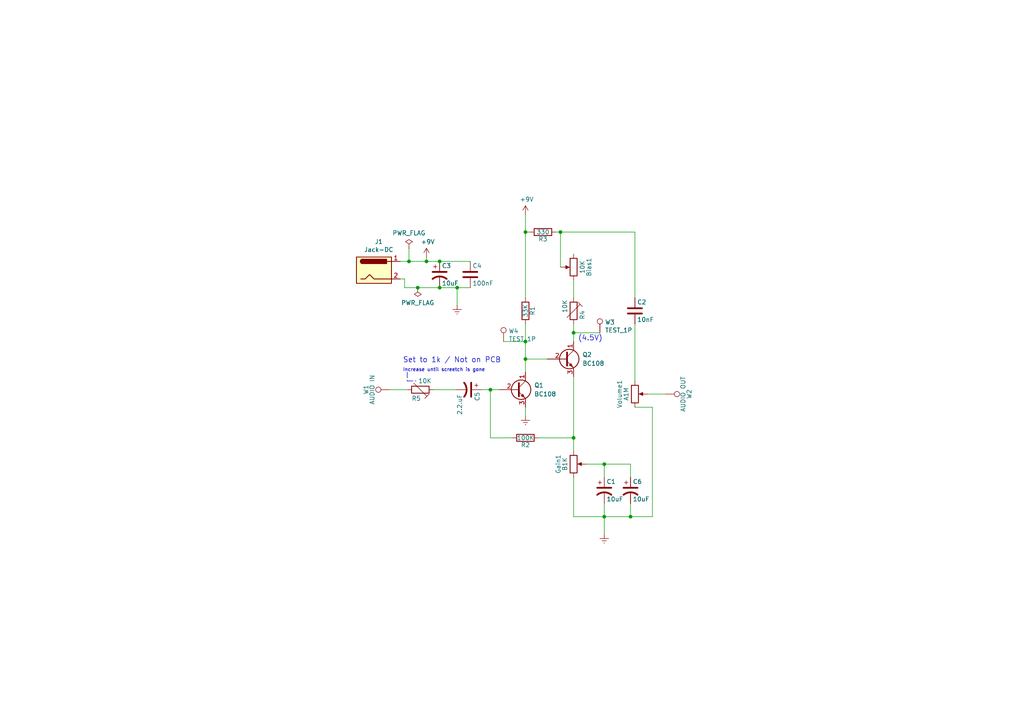
<source format=kicad_sch>
(kicad_sch (version 20211123) (generator eeschema)
  (paper "A4")
  (lib_symbols
    (symbol "BC108-NPN-Fuzz-Face-rescue:C" (pin_numbers hide) (pin_names (offset 0.254))
      (property "Reference" "C" (at 0.635 2.54 0))
      (property "Value" "C" (at 0.635 -2.54 0))
      (symbol "C_0_1"
        (polyline (pts (xy -2.032 -0.762) (xy 2.032 -0.762)) (stroke (width 0.508)))
        (polyline (pts (xy -2.032 0.762) (xy 2.032 0.762)) (stroke (width 0.508)))
      )
      (symbol "C_1_1"
        (pin passive line (at 0 3.81 270) (length 2.794) (name "~") (number "1"))
        (pin passive line (at 0 -3.81 90) (length 2.794) (name "~") (number "2"))
      )
    )
    (symbol "BC108-NPN-Fuzz-Face-rescue:CP1" (pin_numbers hide) (pin_names (offset 0.254) hide)
      (property "Reference" "C" (at 0.635 2.54 0))
      (property "Value" "CP1" (at 0.635 -2.54 0))
      (symbol "CP1_0_1"
        (polyline (pts (xy -2.032 0.762) (xy 2.032 0.762)) (stroke (width 0.508)))
        (polyline (pts (xy -1.778 2.286) (xy -0.762 2.286)))
        (polyline (pts (xy -1.27 1.778) (xy -1.27 2.794)))
        (arc (start 2.032 -1.27) (mid 0 -0.5572) (end -2.032 -1.27) (stroke (width 0.508)))
      )
      (symbol "CP1_1_1"
        (pin passive line (at 0 3.81 270) (length 2.794) (name "~") (number "1"))
        (pin passive line (at 0 -3.81 90) (length 3.302) (name "~") (number "2"))
      )
    )
    (symbol "BC108-NPN-Fuzz-Face-rescue:POT" (pin_numbers hide) (pin_names (offset 1.016) hide)
      (property "Reference" "RV" (at -4.445 0 90))
      (property "Value" "POT" (at -2.54 0 90))
      (symbol "POT_0_1"
        (polyline (pts (xy 2.54 0) (xy 1.524 0)))
        (polyline (pts (xy 1.143 0) (xy 2.286 0.508) (xy 2.286 -0.508)) (fill (type outline)))
        (rectangle (start 1.016 2.54) (end -1.016 -2.54) (stroke (width 0.254)))
      )
      (symbol "POT_1_1"
        (pin passive line (at 0 3.81 270) (length 1.27) (name "1") (number "1"))
        (pin passive line (at 3.81 0 180) (length 1.27) (name "2") (number "2"))
        (pin passive line (at 0 -3.81 90) (length 1.27) (name "3") (number "3"))
      )
    )
    (symbol "BC108-NPN-Fuzz-Face-rescue:Q_NPN_CBE" (pin_names (offset 0) hide)
      (property "Reference" "Q" (at 5.08 1.27 0))
      (property "Value" "Q_NPN_CBE" (at 5.08 -1.27 0))
      (symbol "Q_NPN_CBE_0_1"
        (polyline (pts (xy 0.635 0.635) (xy 2.54 2.54)))
        (polyline (pts (xy 0.635 -0.635) (xy 2.54 -2.54) (xy 2.54 -2.54)))
        (polyline (pts (xy 0.635 1.905) (xy 0.635 -1.905) (xy 0.635 -1.905)) (stroke (width 0.508)))
        (polyline (pts (xy 1.27 -1.778) (xy 1.778 -1.27) (xy 2.286 -2.286) (xy 1.27 -1.778) (xy 1.27 -1.778)) (fill (type outline)))
        (circle (center 1.27 0) (radius 2.8194) (stroke (width 0.254)))
      )
      (symbol "Q_NPN_CBE_1_1"
        (pin passive line (at 2.54 5.08 270) (length 2.54) (name "C") (number "1"))
        (pin input line (at -5.08 0 0) (length 5.715) (name "B") (number "2"))
        (pin passive line (at 2.54 -5.08 90) (length 2.54) (name "E") (number "3"))
      )
    )
    (symbol "BC108-NPN-Fuzz-Face-rescue:R" (pin_numbers hide) (pin_names (offset 0))
      (property "Reference" "R" (at 2.032 0 90))
      (property "Value" "R" (at 0 0 90))
      (symbol "R_0_1"
        (rectangle (start -1.016 -2.54) (end 1.016 2.54) (stroke (width 0.254)))
      )
      (symbol "R_1_1"
        (pin passive line (at 0 3.81 270) (length 1.27) (name "~") (number "1"))
        (pin passive line (at 0 -3.81 90) (length 1.27) (name "~") (number "2"))
      )
    )
    (symbol "BC108-NPN-Fuzz-Face-rescue:RTRIM" (pin_numbers hide) (pin_names (offset 0))
      (property "Reference" "R" (at 2.54 -2.54 90))
      (property "Value" "RTRIM" (at -2.54 -0.635 90))
      (symbol "RTRIM_0_1"
        (rectangle (start -1.016 -2.54) (end 1.016 2.54) (stroke (width 0.254)))
        (polyline (pts (xy -1.905 -1.905) (xy 1.905 1.905) (xy 2.54 1.27) (xy 1.27 2.54)))
      )
      (symbol "RTRIM_1_1"
        (pin passive line (at 0 3.81 270) (length 1.27) (name "~") (number "1"))
        (pin passive line (at 0 -3.81 90) (length 1.27) (name "~") (number "2"))
      )
    )
    (symbol "BC108-NPN-Fuzz-Face-rescue:TEST_1P" (pin_numbers hide) (pin_names (offset 0.762) hide)
      (property "Reference" "W" (at 0 6.858 0))
      (property "Value" "TEST_1P" (at 0 5.08 0))
      (symbol "TEST_1P_0_1"
        (circle (center 0 3.302) (radius 0.762))
      )
      (symbol "TEST_1P_1_1"
        (pin passive line (at 0 0 90) (length 2.54) (name "1") (number "1"))
      )
    )
    (symbol "Connector:Jack-DC" (pin_names (offset 1.016))
      (property "Reference" "J" (at 0 5.334 0))
      (property "Value" "Jack-DC" (at 0 -5.08 0))
      (symbol "Jack-DC_0_1"
        (rectangle (start -5.08 3.81) (end 5.08 -3.81) (stroke (width 0.254)) (fill (type background)))
        (arc (start -3.302 3.175) (mid -3.937 2.54) (end -3.302 1.905) (stroke (width 0.254)))
        (arc (start -3.302 3.175) (mid -3.937 2.54) (end -3.302 1.905) (stroke (width 0.254)) (fill (type outline)))
        (polyline (pts (xy 5.08 2.54) (xy 3.81 2.54)) (stroke (width 0.254)))
        (polyline (pts (xy -3.81 -2.54) (xy -2.54 -2.54) (xy -1.27 -1.27) (xy 0 -2.54) (xy 2.54 -2.54) (xy 5.08 -2.54)) (stroke (width 0.254)))
        (rectangle (start 3.683 3.175) (end -3.302 1.905) (stroke (width 0.254)) (fill (type outline)))
      )
      (symbol "Jack-DC_1_1"
        (pin passive line (at 7.62 2.54 180) (length 2.54) (name "~") (number "1"))
        (pin passive line (at 7.62 -2.54 180) (length 2.54) (name "~") (number "2"))
      )
    )
    (symbol "power:+9V" (power) (pin_names (offset 0))
      (property "Value" "+9V" (at 0 3.556 0))
      (symbol "+9V_0_1"
        (polyline (pts (xy -0.762 1.27) (xy 0 2.54)))
        (polyline (pts (xy 0 0) (xy 0 2.54)))
        (polyline (pts (xy 0 2.54) (xy 0.762 1.27)))
      )
      (symbol "+9V_1_1"
        (pin power_in line (at 0 0 90) (length 0) hide (name "+9V") (number "1"))
      )
    )
    (symbol "power:Earth" (power) (pin_names (offset 0))
      (symbol "Earth_0_1"
        (polyline (pts (xy -0.635 -1.905) (xy 0.635 -1.905)))
        (polyline (pts (xy -0.127 -2.54) (xy 0.127 -2.54)))
        (polyline (pts (xy 0 -1.27) (xy 0 0)))
        (polyline (pts (xy 1.27 -1.27) (xy -1.27 -1.27)))
      )
      (symbol "Earth_1_1"
        (pin power_in line (at 0 0 270) (length 0) hide (name "Earth") (number "1"))
      )
    )
    (symbol "power:PWR_FLAG" (power) (pin_numbers hide) (pin_names (offset 0) hide)
      (property "Value" "PWR_FLAG" (at 0 3.81 0))
      (symbol "PWR_FLAG_0_0"
        (pin power_out line (at 0 0 90) (length 0) (name "pwr") (number "1"))
      )
      (symbol "PWR_FLAG_0_1"
        (polyline (pts (xy 0 0) (xy 0 1.27) (xy -1.016 1.905) (xy 0 2.54) (xy 1.016 1.905) (xy 0 1.27)))
      )
    )
  )
  (junction (at 166.37 127))
  (junction (at 152.4 99.06))
  (junction (at 123.698 75.819))
  (junction (at 127.508 83.439))
  (junction (at 121.158 83.439))
  (junction (at 175.26 149.86))
  (junction (at 152.4 104.14))
  (junction (at 166.37 96.52))
  (junction (at 142.24 113.03))
  (junction (at 152.4 67.31))
  (junction (at 182.88 149.86))
  (junction (at 118.618 75.819))
  (junction (at 162.56 67.31))
  (junction (at 127.508 75.819))
  (junction (at 132.588 83.439))
  (junction (at 175.26 134.62))
  (wire (pts (xy 175.26 146.05) (xy 175.26 149.86)))
  (wire (pts (xy 156.21 127) (xy 166.37 127)))
  (wire (pts (xy 127.508 83.439) (xy 132.588 83.439)))
  (polyline (pts (xy 118.11 107.95) (xy 118.11 110.49)))
  (wire (pts (xy 170.18 134.62) (xy 175.26 134.62)))
  (wire (pts (xy 175.26 149.86) (xy 175.26 154.94)))
  (wire (pts (xy 152.4 67.31) (xy 153.67 67.31)))
  (wire (pts (xy 175.26 134.62) (xy 175.26 138.43)))
  (wire (pts (xy 132.588 83.439) (xy 132.588 88.519)))
  (wire (pts (xy 127.508 75.819) (xy 136.398 75.819)))
  (wire (pts (xy 118.618 75.819) (xy 123.698 75.819)))
  (wire (pts (xy 189.23 149.86) (xy 189.23 118.11)))
  (wire (pts (xy 117.348 80.899) (xy 117.348 83.439)))
  (polyline (pts (xy 118.11 110.49) (xy 120.65 110.49)))
  (wire (pts (xy 116.078 75.819) (xy 118.618 75.819)))
  (wire (pts (xy 152.4 118.11) (xy 152.4 120.65)))
  (wire (pts (xy 166.37 96.52) (xy 166.37 99.06)))
  (wire (pts (xy 152.4 104.14) (xy 152.4 107.95)))
  (wire (pts (xy 142.24 127) (xy 148.59 127)))
  (wire (pts (xy 162.56 67.31) (xy 184.15 67.31)))
  (wire (pts (xy 189.23 118.11) (xy 184.15 118.11)))
  (wire (pts (xy 152.4 93.98) (xy 152.4 99.06)))
  (wire (pts (xy 117.348 83.439) (xy 121.158 83.439)))
  (wire (pts (xy 123.698 75.819) (xy 123.698 74.549)))
  (wire (pts (xy 113.03 113.03) (xy 118.11 113.03)))
  (wire (pts (xy 146.05 99.06) (xy 152.4 99.06)))
  (wire (pts (xy 184.15 67.31) (xy 184.15 86.36)))
  (wire (pts (xy 132.588 83.439) (xy 136.398 83.439)))
  (wire (pts (xy 166.37 109.22) (xy 166.37 127)))
  (wire (pts (xy 187.96 114.3) (xy 193.04 114.3)))
  (wire (pts (xy 152.4 104.14) (xy 158.75 104.14)))
  (wire (pts (xy 162.56 77.47) (xy 162.56 67.31)))
  (wire (pts (xy 125.73 113.03) (xy 132.08 113.03)))
  (wire (pts (xy 116.078 80.899) (xy 117.348 80.899)))
  (wire (pts (xy 182.88 149.86) (xy 189.23 149.86)))
  (wire (pts (xy 173.99 96.52) (xy 166.37 96.52)))
  (wire (pts (xy 166.37 93.98) (xy 166.37 96.52)))
  (wire (pts (xy 139.7 113.03) (xy 142.24 113.03)))
  (wire (pts (xy 166.37 138.43) (xy 166.37 149.86)))
  (wire (pts (xy 161.29 67.31) (xy 162.56 67.31)))
  (wire (pts (xy 142.24 127) (xy 142.24 113.03)))
  (wire (pts (xy 166.37 81.28) (xy 166.37 86.36)))
  (wire (pts (xy 166.37 149.86) (xy 175.26 149.86)))
  (wire (pts (xy 121.158 83.439) (xy 127.508 83.439)))
  (wire (pts (xy 184.15 110.49) (xy 184.15 93.98)))
  (wire (pts (xy 175.26 134.62) (xy 182.88 134.62)))
  (wire (pts (xy 123.698 75.819) (xy 127.508 75.819)))
  (wire (pts (xy 182.88 134.62) (xy 182.88 138.43)))
  (wire (pts (xy 152.4 67.31) (xy 152.4 86.36)))
  (wire (pts (xy 152.4 99.06) (xy 152.4 104.14)))
  (wire (pts (xy 175.26 149.86) (xy 182.88 149.86)))
  (wire (pts (xy 142.24 113.03) (xy 144.78 113.03)))
  (wire (pts (xy 182.88 146.05) (xy 182.88 149.86)))
  (wire (pts (xy 152.4 62.23) (xy 152.4 67.31)))
  (wire (pts (xy 118.618 72.009) (xy 118.618 75.819)))
  (wire (pts (xy 166.37 127) (xy 166.37 130.81)))
  (text "Set to 1k / Not on PCB" (at 116.84 105.41 0) (effects (font (size 1.524 1.524)) (justify left bottom)))
  (text "Increase until screetch is gone" (at 116.84 107.95 0) (effects (font (size 0.9906 0.9906)) (justify left bottom)))
  (text "(4.5V)" (at 167.64 99.06 0) (effects (font (size 1.524 1.524)) (justify left bottom)))
  (symbol (lib_id "BC108-NPN-Fuzz-Face-rescue:TEST_1P") (at 113.03 113.03 90) (unit 1)
    (property "Reference" "W1" (at 106.172 113.03 0))
    (property "Value" "AUDIO IN" (at 107.95 113.03 0))
    (property "Footprint" "Connector_PinHeader_2.54mm:PinHeader_1x01_P2.54mm_Vertical" (effects hide))
  )
  (symbol (lib_id "BC108-NPN-Fuzz-Face-rescue:CP1") (at 135.89 113.03 270) (unit 1)
    (property "Reference" "C5" (at 138.43 113.665 0) (effects (justify left)))
    (property "Value" "2.2.uF" (at 133.35 114.3 0) (effects (justify left)))
    (property "Footprint" "Capacitor_THT:CP_Radial_D5.0mm_P2.50mm" (effects hide))
  )
  (symbol (lib_id "BC108-NPN-Fuzz-Face-rescue:Q_NPN_CBE") (at 149.86 113.03 0) (unit 1)
    (property "Reference" "Q1" (at 154.94 111.76 0) (effects (justify left)))
    (property "Value" "BC108" (at 154.94 114.3 0) (effects (justify left)))
    (property "Footprint" "Package_TO_SOT_THT:TO-18-3" (effects hide))
  )
  (symbol (lib_id "power:Earth") (at 152.4 120.65 0) (unit 1)
    (property "Reference" "#PWR02" (effects hide))
    (property "Value" "Earth" (effects hide))
  )
  (symbol (lib_id "BC108-NPN-Fuzz-Face-rescue:Q_NPN_CBE") (at 163.83 104.14 0) (unit 1)
    (property "Reference" "Q2" (at 168.91 102.87 0) (effects (justify left)))
    (property "Value" "BC108" (at 168.91 105.41 0) (effects (justify left)))
    (property "Footprint" "Package_TO_SOT_THT:TO-18-3" (effects hide))
  )
  (symbol (lib_id "BC108-NPN-Fuzz-Face-rescue:R") (at 152.4 127 270) (unit 1)
    (property "Reference" "R2" (at 152.4 129.032 90))
    (property "Value" "100K" (at 152.4 127 90))
    (property "Footprint" "Resistor_THT:R_Axial_DIN0207_L6.3mm_D2.5mm_P7.62mm_Horizontal" (effects hide))
  )
  (symbol (lib_id "BC108-NPN-Fuzz-Face-rescue:CP1") (at 175.26 142.24 0) (unit 1)
    (property "Reference" "C1" (at 175.895 139.7 0) (effects (justify left)))
    (property "Value" "10uF" (at 175.895 144.78 0) (effects (justify left)))
    (property "Footprint" "Capacitor_THT:CP_Radial_D5.0mm_P2.50mm" (effects hide))
  )
  (symbol (lib_id "power:Earth") (at 175.26 154.94 0) (unit 1)
    (property "Reference" "#GND0101" (effects hide))
    (property "Value" "Earth" (effects hide))
    (property "Footprint" "Connector_PinHeader_2.54mm:PinHeader_1x01_P2.54mm_Vertical" (effects hide))
  )
  (symbol (lib_id "BC108-NPN-Fuzz-Face-rescue:R") (at 152.4 90.17 0) (unit 1)
    (property "Reference" "R1" (at 154.432 90.17 90))
    (property "Value" "33K" (at 152.4 90.17 90))
    (property "Footprint" "Resistor_THT:R_Axial_DIN0207_L6.3mm_D2.5mm_P7.62mm_Horizontal" (effects hide))
  )
  (symbol (lib_id "BC108-NPN-Fuzz-Face-rescue:RTRIM") (at 166.37 90.17 0) (unit 1)
    (property "Reference" "R4" (at 168.91 92.71 90) (effects (justify left)))
    (property "Value" "10K" (at 163.83 90.805 90) (effects (justify left)))
    (property "Footprint" "Potentiometer_THT:Potentiometer_Bourns_3266Z_Horizontal" (effects hide))
  )
  (symbol (lib_id "BC108-NPN-Fuzz-Face-rescue:R") (at 157.48 67.31 270) (unit 1)
    (property "Reference" "R3" (at 157.48 69.342 90))
    (property "Value" "330" (at 157.48 67.31 90))
    (property "Footprint" "Resistor_THT:R_Axial_DIN0207_L6.3mm_D2.5mm_P7.62mm_Horizontal" (effects hide))
  )
  (symbol (lib_id "BC108-NPN-Fuzz-Face-rescue:C") (at 184.15 90.17 0) (unit 1)
    (property "Reference" "C2" (at 184.785 87.63 0) (effects (justify left)))
    (property "Value" "10nF" (at 184.785 92.71 0) (effects (justify left)))
    (property "Footprint" "Capacitor_THT:C_Rect_L7.0mm_W3.5mm_P5.00mm" (effects hide))
  )
  (symbol (lib_id "BC108-NPN-Fuzz-Face-rescue:POT") (at 184.15 114.3 0) (unit 1)
    (property "Reference" "Volume1" (at 179.705 114.3 90))
    (property "Value" "A1M" (at 181.61 114.3 90))
    (property "Footprint" "Connector_Wire:SolderWirePad_1x03_P3.175mm_Drill0.8mm" (effects hide))
  )
  (symbol (lib_id "BC108-NPN-Fuzz-Face-rescue:TEST_1P") (at 193.04 114.3 270) (unit 1)
    (property "Reference" "W2" (at 199.898 114.3 0))
    (property "Value" "AUDIO OUT" (at 198.12 114.3 0))
    (property "Footprint" "Connector_PinHeader_2.54mm:PinHeader_1x01_P2.54mm_Vertical" (effects hide))
  )
  (symbol (lib_id "BC108-NPN-Fuzz-Face-rescue:POT") (at 166.37 77.47 180) (unit 1)
    (property "Reference" "Bias1" (at 170.815 77.47 90))
    (property "Value" "10K" (at 168.91 77.47 90))
    (property "Footprint" "Connector_Wire:SolderWirePad_1x03_P3.175mm_Drill0.8mm" (effects hide))
  )
  (symbol (lib_id "BC108-NPN-Fuzz-Face-rescue:POT") (at 166.37 134.62 0) (unit 1)
    (property "Reference" "Gain1" (at 161.925 134.62 90))
    (property "Value" "B1K" (at 163.83 134.62 90))
    (property "Footprint" "Connector_Wire:SolderWirePad_1x03_P3.175mm_Drill0.8mm" (effects hide))
  )
  (symbol (lib_id "BC108-NPN-Fuzz-Face-rescue:C") (at 136.398 79.629 0) (unit 1)
    (property "Reference" "C4" (at 137.033 77.089 0) (effects (justify left)))
    (property "Value" "100nF" (at 137.033 82.169 0) (effects (justify left)))
    (property "Footprint" "Capacitor_THT:C_Rect_L7.0mm_W2.5mm_P5.00mm" (effects hide))
  )
  (symbol (lib_id "BC108-NPN-Fuzz-Face-rescue:CP1") (at 127.508 79.629 0) (unit 1)
    (property "Reference" "C3" (at 128.143 77.089 0) (effects (justify left)))
    (property "Value" "10uF" (at 128.143 82.169 0) (effects (justify left)))
    (property "Footprint" "Capacitor_THT:C_Radial_D5.0mm_H5.0mm_P2.00mm" (effects hide))
  )
  (symbol (lib_id "power:PWR_FLAG") (at 118.618 72.009 0) (unit 1)
    (property "Reference" "#FLG0101" (effects hide))
    (property "Value" "PWR_FLAG" (at 118.618 67.5894 0))
  )
  (symbol (lib_id "power:PWR_FLAG") (at 121.158 83.439 180) (unit 1)
    (property "Reference" "#FLG0102" (effects hide))
    (property "Value" "PWR_FLAG" (at 121.158 87.8332 0))
  )
  (symbol (lib_id "power:Earth") (at 132.588 88.519 0) (unit 1)
    (property "Reference" "#PWR01" (effects hide))
    (property "Value" "Earth" (effects hide))
  )
  (symbol (lib_id "BC108-NPN-Fuzz-Face-rescue:CP1") (at 182.88 142.24 0) (unit 1)
    (property "Reference" "C6" (at 183.515 139.7 0) (effects (justify left)))
    (property "Value" "10uF" (at 183.515 144.78 0) (effects (justify left)))
    (property "Footprint" "Capacitor_THT:CP_Radial_D5.0mm_P2.50mm" (effects hide))
  )
  (symbol (lib_id "BC108-NPN-Fuzz-Face-rescue:TEST_1P") (at 173.99 96.52 0) (unit 1)
    (property "Reference" "W3" (at 175.4632 93.472 0) (effects (justify left)))
    (property "Value" "TEST_1P" (at 175.4632 95.7834 0) (effects (justify left)))
    (property "Footprint" "Connector_PinHeader_2.54mm:PinHeader_1x01_P2.54mm_Vertical" (effects hide))
  )
  (symbol (lib_id "BC108-NPN-Fuzz-Face-rescue:TEST_1P") (at 146.05 99.06 0) (unit 1)
    (property "Reference" "W4" (at 147.5232 96.012 0) (effects (justify left)))
    (property "Value" "TEST_1P" (at 147.5232 98.3234 0) (effects (justify left)))
    (property "Footprint" "Connector_PinHeader_2.54mm:PinHeader_1x01_P2.54mm_Vertical" (effects hide))
  )
  (symbol (lib_id "power:+9V") (at 123.698 74.549 0) (unit 1)
    (property "Reference" "#PWR03" (effects hide))
    (property "Value" "+9V" (at 124.079 70.1548 0))
  )
  (symbol (lib_id "Connector:Jack-DC") (at 108.458 78.359 0) (unit 1)
    (property "Reference" "J1" (at 109.855 70.104 0))
    (property "Value" "Jack-DC" (at 109.855 72.4154 0))
    (property "Footprint" "Connector_Wire:SolderWirePad_1x02_P3.81mm_Drill0.8mm" (effects hide))
  )
  (symbol (lib_id "power:+9V") (at 152.4 62.23 0) (unit 1)
    (property "Reference" "#PWR04" (effects hide))
    (property "Value" "+9V" (at 152.781 57.8358 0))
  )
  (symbol (lib_id "BC108-NPN-Fuzz-Face-rescue:RTRIM") (at 121.92 113.03 270) (unit 1)
    (property "Reference" "R5" (at 119.38 115.57 90) (effects (justify left)))
    (property "Value" "10K" (at 121.285 110.49 90) (effects (justify left)))
    (property "Footprint" "Potentiometer_THT:Potentiometer_Bourns_3266Z_Horizontal" (effects hide))
  )
)
</source>
